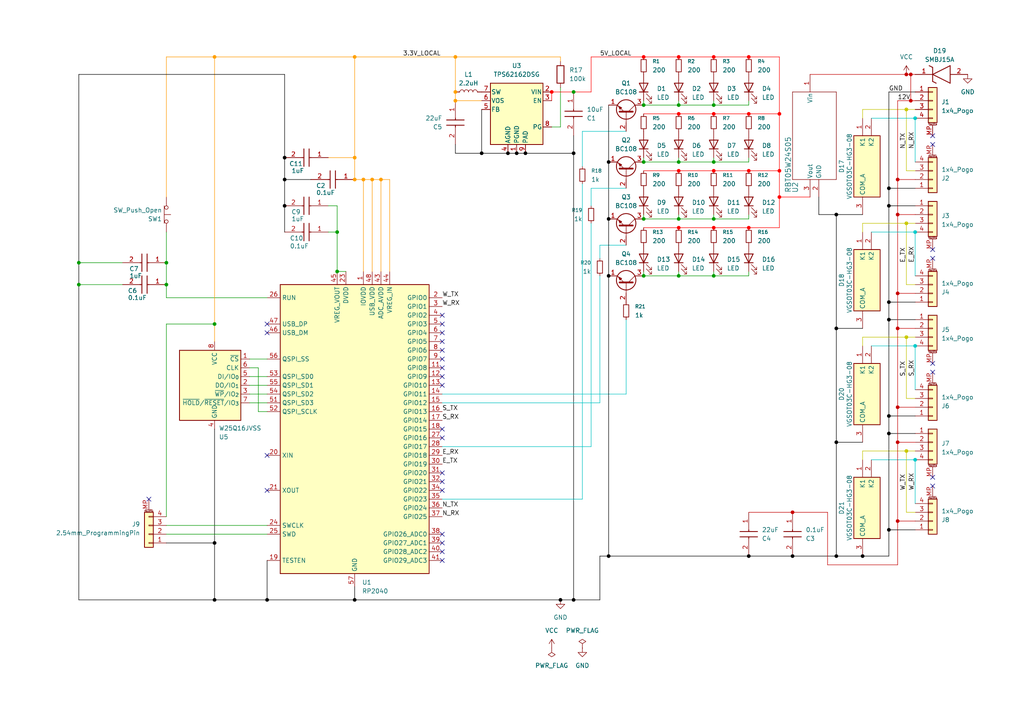
<source format=kicad_sch>
(kicad_sch (version 20250114) (generator "eeschema") (generator_version "9.0")
  (paper "A4")
  (title_block (date "2025-11-03") (rev "v0.0.1"))
  (junction (at 160.02 26.67) (color 255 0 0 1))
  (junction (at 260.35 85.09) (color 194 0 0 1))
  (junction (at 186.69 30.48))
  (junction (at 262.89 97.79) (color 194 194 0 1))
  (junction (at 102.87 52.07) (color 255 153 0 1))
  (junction (at 62.23 173.99) (color 0 0 0 1))
  (junction (at 132.08 16.51) (color 255 153 0 1))
  (junction (at 132.08 29.21) (color 255 153 0 1))
  (junction (at 262.89 64.77) (color 194 194 0 1))
  (junction (at 229.87 161.29) (color 0 0 0 1))
  (junction (at 162.56 173.99) (color 0 0 0 1))
  (junction (at 217.17 49.53) (color 255 0 0 1))
  (junction (at 207.01 16.51) (color 255 0 0 1))
  (junction (at 166.37 26.67))
  (junction (at 176.53 161.29) (color 0 0 0 1))
  (junction (at 207.01 66.04) (color 255 0 0 1))
  (junction (at 265.43 100.33) (color 0 194 194 1))
  (junction (at 48.26 82.55))
  (junction (at 242.57 128.27) (color 0 0 0 1))
  (junction (at 217.17 66.04) (color 255 0 0 1))
  (junction (at 262.89 21.59) (color 194 0 0 1))
  (junction (at 257.81 59.69) (color 0 0 0 1))
  (junction (at 207.01 63.5))
  (junction (at 217.17 16.51) (color 255 0 0 1))
  (junction (at 82.55 59.69) (color 0 0 0 1))
  (junction (at 147.32 44.45) (color 0 0 0 1))
  (junction (at 257.81 92.71) (color 0 0 0 1))
  (junction (at 260.35 128.27) (color 194 0 0 1))
  (junction (at 82.55 52.07) (color 0 0 0 1))
  (junction (at 22.86 76.2))
  (junction (at 250.19 161.29) (color 0 0 0 1))
  (junction (at 207.01 33.02) (color 255 0 0 1))
  (junction (at 196.85 66.04) (color 255 0 0 1))
  (junction (at 260.35 52.07) (color 194 0 0 1))
  (junction (at 217.17 161.29) (color 0 0 0 1))
  (junction (at 82.55 45.72) (color 0 0 0 1))
  (junction (at 260.35 62.23) (color 194 0 0 1))
  (junction (at 265.43 133.35) (color 0 194 194 1))
  (junction (at 186.69 16.51) (color 255 0 0 1))
  (junction (at 196.85 16.51) (color 255 0 0 1))
  (junction (at 260.35 151.13) (color 194 0 0 1))
  (junction (at 107.95 52.07) (color 255 153 0 1))
  (junction (at 62.23 16.51) (color 255 153 0 1))
  (junction (at 242.57 62.23) (color 0 0 0 1))
  (junction (at 176.53 63.5) (color 0 0 0 1))
  (junction (at 176.53 46.99) (color 0 0 0 1))
  (junction (at 260.35 118.11) (color 194 0 0 1))
  (junction (at 132.08 26.67) (color 255 153 0 1))
  (junction (at 257.81 125.73) (color 0 0 0 1))
  (junction (at 257.81 87.63) (color 0 0 0 1))
  (junction (at 62.23 93.98))
  (junction (at 196.85 80.01))
  (junction (at 262.89 31.75) (color 194 194 0 1))
  (junction (at 207.01 46.99))
  (junction (at 186.69 63.5))
  (junction (at 265.43 67.31) (color 0 194 194 1))
  (junction (at 196.85 46.99))
  (junction (at 207.01 80.01))
  (junction (at 229.87 148.59) (color 194 0 0 1))
  (junction (at 265.43 34.29) (color 0 194 194 1))
  (junction (at 77.47 173.99) (color 0 0 0 1))
  (junction (at 242.57 161.29) (color 0 0 0 1))
  (junction (at 226.06 57.15) (color 255 0 0 1))
  (junction (at 176.53 80.01) (color 0 0 0 1))
  (junction (at 207.01 30.48))
  (junction (at 242.57 95.25) (color 0 0 0 1))
  (junction (at 102.87 16.51) (color 255 153 0 1))
  (junction (at 262.89 130.81) (color 194 194 0 1))
  (junction (at 105.41 52.07) (color 255 153 0 1))
  (junction (at 102.87 45.72) (color 255 153 0 1))
  (junction (at 264.16 21.59) (color 194 0 0 1))
  (junction (at 196.85 49.53) (color 255 0 0 1))
  (junction (at 102.87 173.99) (color 0 0 0 1))
  (junction (at 186.69 46.99))
  (junction (at 257.81 54.61) (color 0 0 0 1))
  (junction (at 257.81 153.67) (color 0 0 0 1))
  (junction (at 226.06 33.02) (color 255 0 0 1))
  (junction (at 166.37 173.99) (color 0 0 0 1))
  (junction (at 257.81 120.65) (color 0 0 0 1))
  (junction (at 196.85 30.48))
  (junction (at 97.79 78.74))
  (junction (at 186.69 80.01))
  (junction (at 97.79 67.31))
  (junction (at 48.26 76.2))
  (junction (at 196.85 33.02) (color 255 0 0 1))
  (junction (at 152.4 44.45) (color 0 0 0 1))
  (junction (at 110.49 52.07) (color 255 153 0 1))
  (junction (at 226.06 49.53) (color 255 0 0 1))
  (junction (at 196.85 63.5))
  (junction (at 166.37 44.45) (color 0 0 0 1))
  (junction (at 139.7 44.45) (color 0 0 0 1))
  (junction (at 264.16 29.21) (color 194 0 0 1))
  (junction (at 149.86 44.45) (color 0 0 0 1))
  (junction (at 22.86 82.55))
  (junction (at 207.01 49.53) (color 255 0 0 1))
  (junction (at 62.23 157.48) (color 0 0 0 1))
  (junction (at 260.35 95.25) (color 194 0 0 1))
  (junction (at 217.17 33.02) (color 255 0 0 1))
  (no_connect (at 128.27 109.22))
  (no_connect (at 77.47 142.24))
  (no_connect (at 128.27 93.98))
  (no_connect (at 77.47 132.08))
  (no_connect (at 270.51 107.95))
  (no_connect (at 128.27 139.7))
  (no_connect (at 128.27 99.06))
  (no_connect (at 128.27 101.6))
  (no_connect (at 128.27 111.76))
  (no_connect (at 128.27 154.94))
  (no_connect (at 128.27 137.16))
  (no_connect (at 270.51 72.39))
  (no_connect (at 128.27 96.52))
  (no_connect (at 128.27 127))
  (no_connect (at 128.27 162.56))
  (no_connect (at 128.27 124.46))
  (no_connect (at 128.27 91.44))
  (no_connect (at 270.51 105.41))
  (no_connect (at 43.18 144.78))
  (no_connect (at 128.27 160.02))
  (no_connect (at 270.51 138.43))
  (no_connect (at 77.47 96.52))
  (no_connect (at 270.51 41.91))
  (no_connect (at 270.51 74.93))
  (no_connect (at 270.51 39.37))
  (no_connect (at 77.47 93.98))
  (no_connect (at 128.27 142.24))
  (no_connect (at 128.27 106.68))
  (no_connect (at 270.51 140.97))
  (no_connect (at 128.27 157.48))
  (no_connect (at 128.27 104.14))
  (wire (pts (xy 102.87 16.51) (xy 132.08 16.51)) (stroke (width 0) (color 255 153 0 1)))
  (wire (pts (xy 107.95 52.07) (xy 110.49 52.07)) (stroke (width 0) (color 255 153 0 1)))
  (wire (pts (xy 250.19 31.75) (xy 262.89 31.75)) (stroke (width 0) (color 194 194 0 1)))
  (wire (pts (xy 48.26 149.86) (xy 48.26 93.98)))
  (wire (pts (xy 171.45 64.77) (xy 171.45 129.54)) (stroke (width 0) (color 0 194 194 1)))
  (wire (pts (xy 90.17 52.07) (xy 82.55 52.07)) (stroke (width 0) (color 0 0 0 1)))
  (wire (pts (xy 217.17 63.5) (xy 217.17 62.23)))
  (wire (pts (xy 264.16 21.59) (xy 265.43 21.59)) (stroke (width 0) (color 194 0 0 1)))
  (wire (pts (xy 262.89 49.53) (xy 265.43 49.53)) (stroke (width 0) (color 194 194 0 1)))
  (wire (pts (xy 196.85 46.99) (xy 207.01 46.99)))
  (wire (pts (xy 260.35 85.09) (xy 260.35 95.25)) (stroke (width 0) (color 194 0 0 1)))
  (wire (pts (xy 257.81 92.71) (xy 265.43 92.71)) (stroke (width 0) (color 0 0 0 1)))
  (wire (pts (xy 262.89 130.81) (xy 262.89 148.59)) (stroke (width 0) (color 194 194 0 1)))
  (wire (pts (xy 257.81 87.63) (xy 257.81 92.71)) (stroke (width 0) (color 0 0 0 1)))
  (wire (pts (xy 72.39 104.14) (xy 77.47 104.14)))
  (wire (pts (xy 72.39 116.84) (xy 77.47 116.84)))
  (wire (pts (xy 166.37 39.37) (xy 166.37 44.45)) (stroke (width 0) (color 0 0 0 1)))
  (wire (pts (xy 48.26 93.98) (xy 62.23 93.98)))
  (wire (pts (xy 226.06 49.53) (xy 226.06 57.15)) (stroke (width 0) (color 255 0 0 1)))
  (wire (pts (xy 48.26 82.55) (xy 48.26 86.36)))
  (wire (pts (xy 217.17 49.53) (xy 226.06 49.53)) (stroke (width 0) (color 255 0 0 1)))
  (wire (pts (xy 48.26 76.2) (xy 48.26 82.55)))
  (wire (pts (xy 217.17 80.01) (xy 217.17 78.74)))
  (wire (pts (xy 113.03 52.07) (xy 113.03 78.74)) (stroke (width 0) (color 255 153 0 1)))
  (wire (pts (xy 260.35 85.09) (xy 265.43 85.09)) (stroke (width 0) (color 194 0 0 1)))
  (wire (pts (xy 257.81 120.65) (xy 265.43 120.65)) (stroke (width 0) (color 0 0 0 1)))
  (wire (pts (xy 217.17 66.04) (xy 226.06 66.04)) (stroke (width 0) (color 255 0 0 1)))
  (wire (pts (xy 102.87 45.72) (xy 102.87 52.07)) (stroke (width 0) (color 255 153 0 1)))
  (wire (pts (xy 62.23 93.98) (xy 62.23 99.06)) (stroke (width 0) (color 255 153 0 1)))
  (wire (pts (xy 242.57 161.29) (xy 250.19 161.29)) (stroke (width 0) (color 0 0 0 1)))
  (wire (pts (xy 207.01 29.21) (xy 207.01 30.48)))
  (wire (pts (xy 217.17 161.29) (xy 229.87 161.29)) (stroke (width 0) (color 0 0 0 1)))
  (wire (pts (xy 260.35 118.11) (xy 260.35 128.27)) (stroke (width 0) (color 194 0 0 1)))
  (wire (pts (xy 229.87 161.29) (xy 242.57 161.29)) (stroke (width 0) (color 0 0 0 1)))
  (wire (pts (xy 173.99 71.12) (xy 173.99 74.93)) (stroke (width 0) (color 0 194 194 1)))
  (wire (pts (xy 196.85 29.21) (xy 196.85 30.48)))
  (wire (pts (xy 132.08 44.45) (xy 139.7 44.45)) (stroke (width 0) (color 0 0 0 1)))
  (wire (pts (xy 196.85 66.04) (xy 207.01 66.04)) (stroke (width 0) (color 255 0 0 1)))
  (wire (pts (xy 22.86 82.55) (xy 35.56 82.55)))
  (wire (pts (xy 234.95 21.59) (xy 262.89 21.59)) (stroke (width 0) (color 194 0 0 1)))
  (wire (pts (xy 260.35 118.11) (xy 265.43 118.11)) (stroke (width 0) (color 194 0 0 1)))
  (wire (pts (xy 74.93 106.68) (xy 74.93 119.38)))
  (wire (pts (xy 97.79 67.31) (xy 97.79 78.74)))
  (wire (pts (xy 48.26 67.31) (xy 48.26 76.2)))
  (wire (pts (xy 265.43 34.29) (xy 265.43 46.99)) (stroke (width 0) (color 0 194 194 1)))
  (wire (pts (xy 207.01 46.99) (xy 217.17 46.99)))
  (wire (pts (xy 168.91 38.1) (xy 168.91 48.26)) (stroke (width 0) (color 0 194 194 1)))
  (wire (pts (xy 128.27 114.3) (xy 181.61 114.3)) (stroke (width 0) (color 0 194 194 1)))
  (wire (pts (xy 207.01 62.23) (xy 207.01 63.5)))
  (wire (pts (xy 97.79 78.74) (xy 100.33 78.74)))
  (wire (pts (xy 257.81 59.69) (xy 265.43 59.69)) (stroke (width 0) (color 0 0 0 1)))
  (wire (pts (xy 95.25 45.72) (xy 102.87 45.72)) (stroke (width 0) (color 255 153 0 1)))
  (wire (pts (xy 262.89 130.81) (xy 265.43 130.81)) (stroke (width 0) (color 194 194 0 1)))
  (wire (pts (xy 260.35 163.83) (xy 260.35 151.13)) (stroke (width 0) (color 194 0 0 1)))
  (wire (pts (xy 217.17 16.51) (xy 226.06 16.51)) (stroke (width 0) (color 255 0 0 1)))
  (wire (pts (xy 265.43 97.79) (xy 262.89 97.79)) (stroke (width 0) (color 194 194 0 1)))
  (wire (pts (xy 48.26 154.94) (xy 77.47 154.94)))
  (wire (pts (xy 260.35 62.23) (xy 260.35 85.09)) (stroke (width 0) (color 194 0 0 1)))
  (wire (pts (xy 257.81 26.67) (xy 257.81 54.61)) (stroke (width 0) (color 0 0 0 1)))
  (wire (pts (xy 171.45 16.51) (xy 171.45 26.67)) (stroke (width 0) (color 255 0 0 1)))
  (wire (pts (xy 22.86 173.99) (xy 22.86 82.55)) (stroke (width 0) (color 0 0 0 1)))
  (wire (pts (xy 250.19 133.35) (xy 250.19 130.81)) (stroke (width 0) (color 194 194 0 1)))
  (wire (pts (xy 265.43 31.75) (xy 262.89 31.75)) (stroke (width 0) (color 194 194 0 1)))
  (wire (pts (xy 226.06 16.51) (xy 226.06 33.02)) (stroke (width 0) (color 255 0 0 1)))
  (wire (pts (xy 265.43 100.33) (xy 265.43 113.03)) (stroke (width 0) (color 0 194 194 1)))
  (wire (pts (xy 173.99 161.29) (xy 176.53 161.29)) (stroke (width 0) (color 0 0 0 1)))
  (wire (pts (xy 217.17 30.48) (xy 217.17 29.21)))
  (wire (pts (xy 162.56 36.83) (xy 160.02 36.83)))
  (wire (pts (xy 217.17 46.99) (xy 217.17 45.72)))
  (wire (pts (xy 257.81 92.71) (xy 257.81 120.65)) (stroke (width 0) (color 0 0 0 1)))
  (wire (pts (xy 237.49 57.15) (xy 237.49 62.23)) (stroke (width 0) (color 0 0 0 1)))
  (wire (pts (xy 132.08 29.21) (xy 139.7 29.21)) (stroke (width 0) (color 255 153 0 1)))
  (wire (pts (xy 107.95 52.07) (xy 107.95 78.74)) (stroke (width 0) (color 255 153 0 1)))
  (wire (pts (xy 166.37 26.67) (xy 171.45 26.67)) (stroke (width 0) (color 255 0 0 1)))
  (wire (pts (xy 257.81 59.69) (xy 257.81 87.63)) (stroke (width 0) (color 0 0 0 1)))
  (wire (pts (xy 62.23 173.99) (xy 77.47 173.99)) (stroke (width 0) (color 0 0 0 1)))
  (wire (pts (xy 173.99 173.99) (xy 173.99 161.29)) (stroke (width 0) (color 0 0 0 1)))
  (wire (pts (xy 257.81 125.73) (xy 257.81 153.67)) (stroke (width 0) (color 0 0 0 1)))
  (wire (pts (xy 250.19 161.29) (xy 257.81 161.29)) (stroke (width 0) (color 0 0 0 1)))
  (wire (pts (xy 62.23 157.48) (xy 62.23 173.99)) (stroke (width 0) (color 0 0 0 1)))
  (wire (pts (xy 262.89 148.59) (xy 265.43 148.59)) (stroke (width 0) (color 194 194 0 1)))
  (wire (pts (xy 265.43 29.21) (xy 264.16 29.21)) (stroke (width 0) (color 194 0 0 1)))
  (wire (pts (xy 242.57 128.27) (xy 250.19 128.27)) (stroke (width 0) (color 0 0 0 1)))
  (wire (pts (xy 176.53 46.99) (xy 176.53 63.5)) (stroke (width 0) (color 0 0 0 1)))
  (wire (pts (xy 196.85 49.53) (xy 207.01 49.53)) (stroke (width 0) (color 255 0 0 1)))
  (wire (pts (xy 82.55 45.72) (xy 82.55 52.07)) (stroke (width 0) (color 0 0 0 1)))
  (wire (pts (xy 265.43 133.35) (xy 265.43 146.05)) (stroke (width 0) (color 0 194 194 1)))
  (wire (pts (xy 176.53 63.5) (xy 176.53 80.01)) (stroke (width 0) (color 0 0 0 1)))
  (wire (pts (xy 176.53 30.48) (xy 176.53 46.99)) (stroke (width 0) (color 0 0 0 1)))
  (wire (pts (xy 257.81 87.63) (xy 265.43 87.63)) (stroke (width 0) (color 0 0 0 1)))
  (wire (pts (xy 128.27 116.84) (xy 173.99 116.84)) (stroke (width 0) (color 0 194 194 1)))
  (wire (pts (xy 22.86 76.2) (xy 22.86 21.59)) (stroke (width 0) (color 0 0 0 1)))
  (wire (pts (xy 48.26 86.36) (xy 77.47 86.36)))
  (wire (pts (xy 95.25 59.69) (xy 97.79 59.69)))
  (wire (pts (xy 217.17 33.02) (xy 226.06 33.02)) (stroke (width 0) (color 255 0 0 1)))
  (wire (pts (xy 171.45 16.51) (xy 186.69 16.51)) (stroke (width 0) (color 255 0 0 1)))
  (wire (pts (xy 207.01 16.51) (xy 217.17 16.51)) (stroke (width 0) (color 255 0 0 1)))
  (wire (pts (xy 186.69 46.99) (xy 196.85 46.99)))
  (wire (pts (xy 250.19 97.79) (xy 262.89 97.79)) (stroke (width 0) (color 194 194 0 1)))
  (wire (pts (xy 186.69 49.53) (xy 196.85 49.53)) (stroke (width 0) (color 255 0 0 1)))
  (wire (pts (xy 186.69 45.72) (xy 186.69 46.99)))
  (wire (pts (xy 62.23 124.46) (xy 62.23 157.48)) (stroke (width 0) (color 0 0 0 1)))
  (wire (pts (xy 139.7 44.45) (xy 147.32 44.45)) (stroke (width 0) (color 0 0 0 1)))
  (wire (pts (xy 149.86 44.45) (xy 152.4 44.45)) (stroke (width 0) (color 0 0 0 1)))
  (wire (pts (xy 95.25 67.31) (xy 97.79 67.31)))
  (wire (pts (xy 22.86 76.2) (xy 35.56 76.2)))
  (wire (pts (xy 139.7 31.75) (xy 139.7 44.45)) (stroke (width 0) (color 0 0 0 1)))
  (wire (pts (xy 264.16 21.59) (xy 264.16 29.21)) (stroke (width 0) (color 194 0 0 1)))
  (wire (pts (xy 110.49 52.07) (xy 113.03 52.07)) (stroke (width 0) (color 255 153 0 1)))
  (wire (pts (xy 162.56 16.51) (xy 162.56 17.78)) (stroke (width 0) (color 255 153 0 1)))
  (wire (pts (xy 252.73 67.31) (xy 265.43 67.31)) (stroke (width 0) (color 0 194 194 1)))
  (wire (pts (xy 207.01 63.5) (xy 217.17 63.5)))
  (wire (pts (xy 82.55 59.69) (xy 82.55 52.07)) (stroke (width 0) (color 0 0 0 1)))
  (wire (pts (xy 262.89 97.79) (xy 262.89 115.57)) (stroke (width 0) (color 194 194 0 1)))
  (wire (pts (xy 186.69 30.48) (xy 196.85 30.48)))
  (wire (pts (xy 181.61 92.71) (xy 181.61 114.3)) (stroke (width 0) (color 0 194 194 1)))
  (wire (pts (xy 196.85 16.51) (xy 207.01 16.51)) (stroke (width 0) (color 255 0 0 1)))
  (wire (pts (xy 166.37 173.99) (xy 173.99 173.99)) (stroke (width 0) (color 0 0 0 1)))
  (wire (pts (xy 176.53 80.01) (xy 176.53 161.29)) (stroke (width 0) (color 0 0 0 1)))
  (wire (pts (xy 196.85 30.48) (xy 207.01 30.48)))
  (wire (pts (xy 250.19 34.29) (xy 250.19 31.75)) (stroke (width 0) (color 194 194 0 1)))
  (wire (pts (xy 260.35 95.25) (xy 265.43 95.25)) (stroke (width 0) (color 194 0 0 1)))
  (wire (pts (xy 186.69 29.21) (xy 186.69 30.48)))
  (wire (pts (xy 262.89 64.77) (xy 262.89 82.55)) (stroke (width 0) (color 194 194 0 1)))
  (wire (pts (xy 186.69 66.04) (xy 196.85 66.04)) (stroke (width 0) (color 255 0 0 1)))
  (wire (pts (xy 257.81 54.61) (xy 265.43 54.61)) (stroke (width 0) (color 0 0 0 1)))
  (wire (pts (xy 72.39 114.3) (xy 77.47 114.3)))
  (wire (pts (xy 132.08 29.21) (xy 132.08 26.67)) (stroke (width 0) (color 255 153 0 1)))
  (wire (pts (xy 260.35 128.27) (xy 260.35 151.13)) (stroke (width 0) (color 194 0 0 1)))
  (wire (pts (xy 260.35 128.27) (xy 265.43 128.27)) (stroke (width 0) (color 194 0 0 1)))
  (wire (pts (xy 196.85 78.74) (xy 196.85 80.01)))
  (wire (pts (xy 226.06 57.15) (xy 226.06 66.04)) (stroke (width 0) (color 255 0 0 1)))
  (wire (pts (xy 207.01 33.02) (xy 217.17 33.02)) (stroke (width 0) (color 255 0 0 1)))
  (wire (pts (xy 260.35 52.07) (xy 260.35 62.23)) (stroke (width 0) (color 194 0 0 1)))
  (wire (pts (xy 257.81 120.65) (xy 257.81 125.73)) (stroke (width 0) (color 0 0 0 1)))
  (wire (pts (xy 72.39 111.76) (xy 77.47 111.76)))
  (wire (pts (xy 176.53 161.29) (xy 217.17 161.29)) (stroke (width 0) (color 0 0 0 1)))
  (wire (pts (xy 48.26 16.51) (xy 62.23 16.51)) (stroke (width 0) (color 255 153 0 1)))
  (wire (pts (xy 207.01 30.48) (xy 217.17 30.48)))
  (wire (pts (xy 207.01 49.53) (xy 217.17 49.53)) (stroke (width 0) (color 255 0 0 1)))
  (wire (pts (xy 48.26 152.4) (xy 77.47 152.4)))
  (wire (pts (xy 207.01 80.01) (xy 217.17 80.01)))
  (wire (pts (xy 242.57 62.23) (xy 250.19 62.23)) (stroke (width 0) (color 0 0 0 1)))
  (wire (pts (xy 186.69 78.74) (xy 186.69 80.01)))
  (wire (pts (xy 110.49 52.07) (xy 110.49 78.74)) (stroke (width 0) (color 255 153 0 1)))
  (wire (pts (xy 186.69 33.02) (xy 196.85 33.02)) (stroke (width 0) (color 255 0 0 1)))
  (wire (pts (xy 105.41 52.07) (xy 107.95 52.07)) (stroke (width 0) (color 255 153 0 1)))
  (wire (pts (xy 128.27 129.54) (xy 171.45 129.54)) (stroke (width 0) (color 0 194 194 1)))
  (wire (pts (xy 265.43 64.77) (xy 262.89 64.77)) (stroke (width 0) (color 194 194 0 1)))
  (wire (pts (xy 196.85 45.72) (xy 196.85 46.99)))
  (wire (pts (xy 72.39 109.22) (xy 77.47 109.22)))
  (wire (pts (xy 102.87 173.99) (xy 162.56 173.99)) (stroke (width 0) (color 0 0 0 1)))
  (wire (pts (xy 242.57 95.25) (xy 242.57 128.27)) (stroke (width 0) (color 0 0 0 1)))
  (wire (pts (xy 166.37 44.45) (xy 166.37 173.99)) (stroke (width 0) (color 0 0 0 1)))
  (wire (pts (xy 82.55 59.69) (xy 82.55 67.31)) (stroke (width 0) (color 0 0 0 1)))
  (wire (pts (xy 260.35 95.25) (xy 260.35 118.11)) (stroke (width 0) (color 194 0 0 1)))
  (wire (pts (xy 186.69 16.51) (xy 196.85 16.51)) (stroke (width 0) (color 255 0 0 1)))
  (wire (pts (xy 262.89 115.57) (xy 265.43 115.57)) (stroke (width 0) (color 194 194 0 1)))
  (wire (pts (xy 62.23 16.51) (xy 102.87 16.51)) (stroke (width 0) (color 255 153 0 1)))
  (wire (pts (xy 132.08 16.51) (xy 132.08 26.67)) (stroke (width 0) (color 255 153 0 1)))
  (wire (pts (xy 97.79 67.31) (xy 97.79 59.69)))
  (wire (pts (xy 262.89 31.75) (xy 262.89 49.53)) (stroke (width 0) (color 194 194 0 1)))
  (wire (pts (xy 260.35 151.13) (xy 265.43 151.13)) (stroke (width 0) (color 194 0 0 1)))
  (wire (pts (xy 252.73 34.29) (xy 265.43 34.29)) (stroke (width 0) (color 0 194 194 1)))
  (wire (pts (xy 160.02 26.67) (xy 160.02 29.21)) (stroke (width 0) (color 255 0 0 1)))
  (wire (pts (xy 260.35 52.07) (xy 265.43 52.07)) (stroke (width 0) (color 194 0 0 1)))
  (wire (pts (xy 257.81 125.73) (xy 265.43 125.73)) (stroke (width 0) (color 0 0 0 1)))
  (wire (pts (xy 262.89 21.59) (xy 264.16 21.59)) (stroke (width 0) (color 194 0 0 1)))
  (wire (pts (xy 196.85 33.02) (xy 207.01 33.02)) (stroke (width 0) (color 255 0 0 1)))
  (wire (pts (xy 250.19 100.33) (xy 250.19 97.79)) (stroke (width 0) (color 194 194 0 1)))
  (wire (pts (xy 152.4 44.45) (xy 166.37 44.45)) (stroke (width 0) (color 0 0 0 1)))
  (wire (pts (xy 132.08 16.51) (xy 162.56 16.51)) (stroke (width 0) (color 255 153 0 1)))
  (wire (pts (xy 252.73 133.35) (xy 265.43 133.35)) (stroke (width 0) (color 0 194 194 1)))
  (wire (pts (xy 240.03 163.83) (xy 260.35 163.83)) (stroke (width 0) (color 194 0 0 1)))
  (wire (pts (xy 250.19 130.81) (xy 262.89 130.81)) (stroke (width 0) (color 194 194 0 1)))
  (wire (pts (xy 250.19 64.77) (xy 262.89 64.77)) (stroke (width 0) (color 194 194 0 1)))
  (wire (pts (xy 257.81 54.61) (xy 257.81 59.69)) (stroke (width 0) (color 0 0 0 1)))
  (wire (pts (xy 262.89 82.55) (xy 265.43 82.55)) (stroke (width 0) (color 194 194 0 1)))
  (wire (pts (xy 250.19 67.31) (xy 250.19 64.77)) (stroke (width 0) (color 194 194 0 1)))
  (wire (pts (xy 265.43 67.31) (xy 265.43 80.01)) (stroke (width 0) (color 0 194 194 1)))
  (wire (pts (xy 132.08 41.91) (xy 132.08 44.45)) (stroke (width 0) (color 0 0 0 1)))
  (wire (pts (xy 252.73 100.33) (xy 265.43 100.33)) (stroke (width 0) (color 0 194 194 1)))
  (wire (pts (xy 186.69 80.01) (xy 196.85 80.01)))
  (wire (pts (xy 74.93 119.38) (xy 77.47 119.38)))
  (wire (pts (xy 229.87 148.59) (xy 240.03 148.59)) (stroke (width 0) (color 194 0 0 1)))
  (wire (pts (xy 173.99 80.01) (xy 173.99 116.84)) (stroke (width 0) (color 0 194 194 1)))
  (wire (pts (xy 168.91 144.78) (xy 128.27 144.78)) (stroke (width 0) (color 0 194 194 1)))
  (wire (pts (xy 260.35 62.23) (xy 265.43 62.23)) (stroke (width 0) (color 194 0 0 1)))
  (wire (pts (xy 207.01 78.74) (xy 207.01 80.01)))
  (wire (pts (xy 102.87 52.07) (xy 105.41 52.07)) (stroke (width 0) (color 255 153 0 1)))
  (wire (pts (xy 207.01 45.72) (xy 207.01 46.99)))
  (wire (pts (xy 186.69 63.5) (xy 196.85 63.5)))
  (wire (pts (xy 226.06 57.15) (xy 234.95 57.15)) (stroke (width 0) (color 255 0 0 1)))
  (wire (pts (xy 196.85 80.01) (xy 207.01 80.01)))
  (wire (pts (xy 264.16 29.21) (xy 260.35 29.21)) (stroke (width 0) (color 194 0 0 1)))
  (wire (pts (xy 237.49 62.23) (xy 242.57 62.23)) (stroke (width 0) (color 0 0 0 1)))
  (wire (pts (xy 171.45 54.61) (xy 181.61 54.61)) (stroke (width 0) (color 0 194 194 1)))
  (wire (pts (xy 102.87 170.18) (xy 102.87 173.99)) (stroke (width 0) (color 0 0 0 1)))
  (wire (pts (xy 240.03 163.83) (xy 240.03 148.59)) (stroke (width 0) (color 194 0 0 1)))
  (wire (pts (xy 22.86 21.59) (xy 82.55 21.59)) (stroke (width 0) (color 0 0 0 1)))
  (wire (pts (xy 257.81 26.67) (xy 265.43 26.67)) (stroke (width 0) (color 0 0 0 1)))
  (wire (pts (xy 257.81 153.67) (xy 265.43 153.67)) (stroke (width 0) (color 0 0 0 1)))
  (wire (pts (xy 48.26 16.51) (xy 48.26 57.15)) (stroke (width 0) (color 255 153 0 1)))
  (wire (pts (xy 207.01 66.04) (xy 217.17 66.04)) (stroke (width 0) (color 255 0 0 1)))
  (wire (pts (xy 162.56 173.99) (xy 166.37 173.99)) (stroke (width 0) (color 0 0 0 1)))
  (wire (pts (xy 226.06 33.02) (xy 226.06 49.53)) (stroke (width 0) (color 255 0 0 1)))
  (wire (pts (xy 82.55 21.59) (xy 82.55 45.72)) (stroke (width 0) (color 0 0 0 1)))
  (wire (pts (xy 173.99 71.12) (xy 181.61 71.12)) (stroke (width 0) (color 0 194 194 1)))
  (wire (pts (xy 242.57 62.23) (xy 242.57 95.25)) (stroke (width 0) (color 0 0 0 1)))
  (wire (pts (xy 22.86 82.55) (xy 22.86 76.2)) (stroke (width 0) (color 0 0 0 1)))
  (wire (pts (xy 62.23 16.51) (xy 62.23 93.98)) (stroke (width 0) (color 255 153 0 1)))
  (wire (pts (xy 160.02 26.67) (xy 166.37 26.67)) (stroke (width 0) (color 255 0 0 1)))
  (wire (pts (xy 196.85 63.5) (xy 207.01 63.5)))
  (wire (pts (xy 171.45 59.69) (xy 171.45 54.61)) (stroke (width 0) (color 0 194 194 1)))
  (wire (pts (xy 72.39 106.68) (xy 74.93 106.68)))
  (wire (pts (xy 242.57 128.27) (xy 242.57 161.29)) (stroke (width 0) (color 0 0 0 1)))
  (wire (pts (xy 217.17 148.59) (xy 229.87 148.59)) (stroke (width 0) (color 194 0 0 1)))
  (wire (pts (xy 162.56 25.4) (xy 162.56 36.83)))
  (wire (pts (xy 77.47 162.56) (xy 77.47 173.99)) (stroke (width 0) (color 0 0 0 1)))
  (wire (pts (xy 147.32 44.45) (xy 149.86 44.45)) (stroke (width 0) (color 0 0 0 1)))
  (wire (pts (xy 22.86 173.99) (xy 62.23 173.99)) (stroke (width 0) (color 0 0 0 1)))
  (wire (pts (xy 105.41 52.07) (xy 105.41 78.74)) (stroke (width 0) (color 255 153 0 1)))
  (wire (pts (xy 257.81 161.29) (xy 257.81 153.67)) (stroke (width 0) (color 0 0 0 1)))
  (wire (pts (xy 168.91 38.1) (xy 181.61 38.1)) (stroke (width 0) (color 0 194 194 1)))
  (wire (pts (xy 77.47 173.99) (xy 102.87 173.99)) (stroke (width 0) (color 0 0 0 1)))
  (wire (pts (xy 242.57 95.25) (xy 250.19 95.25)) (stroke (width 0) (color 0 0 0 1)))
  (wire (pts (xy 196.85 62.23) (xy 196.85 63.5)))
  (wire (pts (xy 260.35 29.21) (xy 260.35 52.07)) (stroke (width 0) (color 194 0 0 1)))
  (wire (pts (xy 168.91 53.34) (xy 168.91 144.78)) (stroke (width 0) (color 0 194 194 1)))
  (wire (pts (xy 102.87 16.51) (xy 102.87 45.72)) (stroke (width 0) (color 255 153 0 1)))
  (wire (pts (xy 48.26 157.48) (xy 62.23 157.48)) (stroke (width 0) (color 0 0 0 1)))
  (wire (pts (xy 186.69 62.23) (xy 186.69 63.5)))
  (label "N_TX" (at 262.89 43.18 90))
  (label "E_TX" (at 262.89 76.2 90))
  (label "S_TX" (at 128.27 119.38 0))
  (label "N_RX" (at 128.27 149.86 0))
  (label "W_RX" (at 265.43 142.24 90))
  (label "N_TX" (at 128.27 147.32 0))
  (label "5V_LOCAL" (at 173.99 16.51 0))
  (label "E_RX" (at 128.27 132.08 0))
  (label "3.3V_LOCAL" (at 116.84 16.51 0))
  (label "W_TX" (at 128.27 86.36 0))
  (label "12V" (at 260.35 29.21 0))
  (label "W_TX" (at 262.89 142.24 90))
  (label "W_RX" (at 128.27 88.9 0))
  (label "GND" (at 257.81 26.67 0))
  (label "N_RX" (at 265.43 43.18 90))
  (label "E_TX" (at 128.27 134.62 0))
  (label "S_RX" (at 265.43 109.22 90))
  (label "E_RX" (at 265.43 76.2 90))
  (label "S_TX" (at 262.89 109.22 90))
  (label "S_RX" (at 128.27 121.92 0))
  (symbol (lib_id "Device:R_Small") (at 207.01 35.56 0) (unit 1)
    (property "Reference" "R7" (at 209.55 34.2899 0) (effects (font (size 1.016 1.016)) (justify left)))
    (property "Value" "200" (at 209.55 36.8299 0) (effects (justify left)))
    (property "Footprint" "SamacSys_Parts:CRCW1210200RJNEAIF" (effects (hide yes)))
    (property "Description" "Resistor, small symbol" (effects (hide yes)))
  )
  (symbol (lib_id "Connector_Generic_MountingPin:Conn_01x04_MountingPin") (at 43.18 154.94 180) (unit 1)
    (property "Reference" "J9" (at 40.64 152.0443 0) (effects (justify left)))
    (property "Value" "2.54mm_ProgrammingPin" (at 40.64 154.5843 0) (effects (justify left)))
    (property "Footprint" "Connector_PinSocket_2.54mm:PinSocket_1x04_P2.54mm_Vertical" (effects (hide yes)))
    (property "Description" "Generic connectable mounting pin connector, single row, 01x04, script generated (kicad-library-utils/schlib/autogen/connector/)" (effects (hide yes)))
  )
  (symbol (lib_id "Device:LED") (at 207.01 25.4 90) (unit 1)
    (property "Reference" "D3" (at 210.82 25.7174 90) (effects (justify right)))
    (property "Value" "LED" (at 210.82 28.2574 90) (effects (justify right)))
    (property "Footprint" "SamacSys_Parts:LEDC1608X115N" (effects (hide yes)))
    (property "Description" "Light emitting diode" (effects (hide yes)))
    (property "Sim.Pins" "1=K 2=A" (effects (hide yes)))
  )
  (symbol (lib_id "SamacSys_Parts:SMBJ15A") (at 265.43 21.59 0) (unit 1)
    (property "Reference" "D19" (at 272.542 14.732 0))
    (property "Value" "SMBJ15A" (at 272.542 17.272 0))
    (property "Footprint" "SamacSys_Parts:DIOM5436X244N" (effects (hide yes)))
    (property "Datasheet" "http://www.vishay.com/docs/88392/smbj.pdf" (effects (hide yes)))
    (property "Description" "Unidirectional 600W TVS diode,SMBJ15A" (effects (hide yes)))
    (property "Height" "2.44" (effects (hide yes)))
    (property "Manufacturer_Name" "Vishay" (effects (hide yes)))
    (property "Manufacturer_Part_Number" "SMBJ15A" (effects (hide yes)))
    (property "Mouser Part Number" "78-SMBJ15A" (effects (hide yes)))
    (property "Mouser Price/Stock" "https://www.mouser.co.uk/ProductDetail/Vishay-General-Semiconductor/SMBJ15A?qs=%252BA9HMDDz5KavBY56EO7ceQ%3D%3D" (effects (hide yes)))
  )
  (symbol (lib_id "SamacSys_Parts:C0805F104K1RACAUTO") (at 229.87 148.59 90) (mirror x) (unit 1)
    (property "Reference" "C3" (at 233.68 156.2101 90) (effects (justify right)))
    (property "Value" "0.1uF" (at 233.68 153.6701 90) (effects (justify right)))
    (property "Footprint" "SamacSys_Parts:CAPC2012X140N" (effects (hide yes)))
    (property "Datasheet" "https://content.kemet.com/datasheets/KEM_C1014_X7R_FE-CAP_SMD.pdf" (effects (hide yes)))
    (property "Description" "Multilayer Ceramic Capacitors MLCC - SMD/SMT 100V 0.1uF 10% X7R -55 / +125C AEC-Q200" (effects (hide yes)))
    (property "Height" "1.4" (effects (hide yes)))
    (property "Manufacturer_Name" "KEMET" (effects (hide yes)))
    (property "Manufacturer_Part_Number" "C0805F104K1RACAUTO" (effects (hide yes)))
  )
  (symbol (lib_id "SamacSys_Parts:GRM188C81A226ME01D") (at 217.17 148.59 90) (mirror x) (unit 1)
    (property "Reference" "C4" (at 220.98 156.2101 90) (effects (justify right)))
    (property "Value" "22uF" (at 220.98 153.6701 90) (effects (justify right)))
    (property "Footprint" "SamacSys_Parts:GRM18x" (effects (hide yes)))
    (property "Datasheet" "https://search.murata.co.jp/Ceramy/image/img/A01X/G101/ENG/GRM188C81A226ME01-01A.pdf" (effects (hide yes)))
    (property "Description" "MLCC, 0603" (effects (hide yes)))
    (property "Height" "0.9" (effects (hide yes)))
    (property "Manufacturer_Name" "Murata Electronics" (effects (hide yes)))
    (property "Manufacturer_Part_Number" "GRM188C81A226ME01D" (effects (hide yes)))
  )
  (symbol (lib_id "SamacSys_Parts:GRM033D70E105ME15D") (at 95.25 59.69 0) (mirror y) (unit 1)
    (property "Reference" "C9" (at 85.852 61.468 0))
    (property "Value" "1uF" (at 86.36 63.5 0))
    (property "Footprint" "SamacSys_Parts:CAPC0603X33N" (effects (hide yes)))
    (property "Datasheet" "https://search.murata.co.jp/Ceramy/image/img/A01X/G101/ENG/GRM033D70E105ME15-01A.pdf" (effects (hide yes)))
    (property "Description" "Capacitor GRM03_0.09 L=0.6mm W=0.3mm T=0.3mm" (effects (hide yes)))
    (property "Height" "0.33" (effects (hide yes)))
    (property "Manufacturer_Name" "Murata Electronics" (effects (hide yes)))
    (property "Manufacturer_Part_Number" "GRM033D70E105ME15D" (effects (hide yes)))
    (property "Mouser Part Number" "81-GRM033D70E105ME5D" (effects (hide yes)))
    (property "Mouser Price/Stock" "https://www.mouser.co.uk/ProductDetail/Murata-Electronics/GRM033D70E105ME15D?qs=r5DSvlrkXmLLNF3ZiIF79w%3D%3D" (effects (hide yes)))
  )
  (symbol (lib_id "Device:R_Small") (at 168.91 50.8 0) (mirror y) (unit 1)
    (property "Reference" "R18" (at 171.45 49.5299 0) (effects (font (size 1.016 1.016)) (justify right)))
    (property "Value" "1k" (at 171.45 52.0699 0) (effects (justify right)))
    (property "Footprint" "SamacSys_Parts:ERJ-UP6D1001V" (effects (hide yes)))
    (property "Description" "Resistor, small symbol" (effects (hide yes)))
  )
  (symbol (lib_id "power:GND") (at 168.91 187.96 0) (unit 1)
    (property "Reference" "#PWR03" (effects (hide yes)))
    (property "Value" "GND" (at 168.91 193.04 0))
    (property "Description" "Power symbol creates a global label with name \"GND\" , ground" (effects (hide yes)))
  )
  (symbol (lib_id "Device:R_Small") (at 217.17 52.07 0) (unit 1)
    (property "Reference" "R12" (at 219.71 50.7999 0) (effects (font (size 1.016 1.016)) (justify left)))
    (property "Value" "200" (at 219.71 53.3399 0) (effects (justify left)))
    (property "Footprint" "SamacSys_Parts:CRCW1210200RJNEAIF" (effects (hide yes)))
    (property "Description" "Resistor, small symbol" (effects (hide yes)))
  )
  (symbol (lib_id "Device:LED") (at 196.85 25.4 90) (unit 1)
    (property "Reference" "D2" (at 200.66 25.7174 90) (effects (justify right)))
    (property "Value" "LED" (at 200.66 28.2574 90) (effects (justify right)))
    (property "Footprint" "SamacSys_Parts:LEDC1608X115N" (effects (hide yes)))
    (property "Description" "Light emitting diode" (effects (hide yes)))
    (property "Sim.Pins" "1=K 2=A" (effects (hide yes)))
  )
  (symbol (lib_id "Device:R_Small") (at 217.17 19.05 0) (unit 1)
    (property "Reference" "R4" (at 219.71 17.7799 0) (effects (font (size 1.016 1.016)) (justify left)))
    (property "Value" "200" (at 219.71 20.3199 0) (effects (justify left)))
    (property "Footprint" "SamacSys_Parts:CRCW1210200RJNEAIF" (effects (hide yes)))
    (property "Description" "Resistor, small symbol" (effects (hide yes)))
  )
  (symbol (lib_id "Regulator_Switching:TPS62162DSG") (at 149.86 34.29 0) (mirror y) (unit 1)
    (property "Reference" "U3" (at 149.86 19.05 0))
    (property "Value" "TPS62162DSG" (at 149.86 21.59 0))
    (property "Footprint" "Package_SON:WSON-8-1EP_2x2mm_P0.5mm_EP0.9x1.6mm_ThermalVias" (effects (hide yes)))
    (property "Datasheet" "http://www.ti.com/lit/ds/symlink/tps62160.pdf" (effects (hide yes)))
    (property "Description" "1A Step-Down Converter with DCS-Control, fixed 3.3V output, 3-17V input voltage, WSON-8" (effects (hide yes)))
  )
  (symbol (lib_id "Device:R_Small") (at 207.01 19.05 0) (unit 1)
    (property "Reference" "R3" (at 209.55 17.7799 0) (effects (font (size 1.016 1.016)) (justify left)))
    (property "Value" "200" (at 209.55 20.3199 0) (effects (justify left)))
    (property "Footprint" "SamacSys_Parts:CRCW1210200RJNEAIF" (effects (hide yes)))
    (property "Description" "Resistor, small symbol" (effects (hide yes)))
  )
  (symbol (lib_id "Device:R_Small") (at 196.85 52.07 0) (unit 1)
    (property "Reference" "R10" (at 199.39 50.7999 0) (effects (font (size 1.016 1.016)) (justify left)))
    (property "Value" "200" (at 199.39 53.3399 0) (effects (justify left)))
    (property "Footprint" "SamacSys_Parts:CRCW1210200RJNEAIF" (effects (hide yes)))
    (property "Description" "Resistor, small symbol" (effects (hide yes)))
  )
  (symbol (lib_id "Device:R_Small") (at 171.45 62.23 0) (unit 1)
    (property "Reference" "R19" (at 168.91 60.9599 0) (effects (font (size 1.016 1.016)) (justify right)))
    (property "Value" "1k" (at 168.91 63.4999 0) (effects (justify right)))
    (property "Footprint" "SamacSys_Parts:ERJ-UP6D1001V" (effects (hide yes)))
    (property "Description" "Resistor, small symbol" (effects (hide yes)))
  )
  (symbol (lib_id "Device:R") (at 162.56 21.59 0) (mirror y) (unit 1)
    (property "Reference" "R17" (at 165.1 20.3199 0) (effects (justify right)))
    (property "Value" "100k" (at 165.1 22.8599 0) (effects (justify right)))
    (property "Footprint" "SamacSys_Parts:TNPW0805100KFHEA" (effects (hide yes)))
    (property "Description" "Resistor" (effects (hide yes)))
  )
  (symbol (lib_id "Device:R_Small") (at 196.85 68.58 0) (unit 1)
    (property "Reference" "R14" (at 199.39 67.3099 0) (effects (font (size 1.016 1.016)) (justify left)))
    (property "Value" "200" (at 199.39 69.8499 0) (effects (justify left)))
    (property "Footprint" "SamacSys_Parts:CRCW1210200RJNEAIF" (effects (hide yes)))
    (property "Description" "Resistor, small symbol" (effects (hide yes)))
  )
  (symbol (lib_id "SamacSys_Parts:C0805F104K1RACAUTO") (at 48.26 82.55 0) (mirror y) (unit 1)
    (property "Reference" "C6" (at 37.084 84.328 0) (effects (justify right)))
    (property "Value" "0.1uF" (at 37.084 86.36 0) (effects (justify right)))
    (property "Footprint" "SamacSys_Parts:CAPC2012X140N" (effects (hide yes)))
    (property "Datasheet" "https://content.kemet.com/datasheets/KEM_C1014_X7R_FE-CAP_SMD.pdf" (effects (hide yes)))
    (property "Description" "Multilayer Ceramic Capacitors MLCC - SMD/SMT 100V 0.1uF 10% X7R -55 / +125C AEC-Q200" (effects (hide yes)))
    (property "Height" "1.4" (effects (hide yes)))
    (property "Manufacturer_Name" "KEMET" (effects (hide yes)))
    (property "Manufacturer_Part_Number" "C0805F104K1RACAUTO" (effects (hide yes)))
  )
  (symbol (lib_id "Device:LED") (at 196.85 41.91 90) (unit 1)
    (property "Reference" "D6" (at 200.66 42.2274 90) (effects (justify right)))
    (property "Value" "LED" (at 200.66 44.7674 90) (effects (justify right)))
    (property "Footprint" "SamacSys_Parts:LEDC1608X115N" (effects (hide yes)))
    (property "Description" "Light emitting diode" (effects (hide yes)))
    (property "Sim.Pins" "1=K 2=A" (effects (hide yes)))
  )
  (symbol (lib_id "Device:LED") (at 186.69 41.91 90) (unit 1)
    (property "Reference" "D5" (at 190.5 42.2274 90) (effects (justify right)))
    (property "Value" "LED" (at 190.5 44.7674 90) (effects (justify right)))
    (property "Footprint" "SamacSys_Parts:LEDC1608X115N" (effects (hide yes)))
    (property "Description" "Light emitting diode" (effects (hide yes)))
    (property "Sim.Pins" "1=K 2=A" (effects (hide yes)))
  )
  (symbol (lib_id "Connector_Generic_MountingPin:Conn_01x04_MountingPin") (at 270.51 151.13 0) (mirror x) (unit 1)
    (property "Reference" "J8" (at 273.05 150.7745 0) (effects (justify left)))
    (property "Value" "1x4_Pogo" (at 273.05 148.2345 0) (effects (justify left)))
    (property "Footprint" "Connector_PinSocket_2.54mm:PinSocket_1x04_P2.54mm_Vertical" (effects (hide yes)))
    (property "Description" "Generic connectable mounting pin connector, single row, 01x04, script generated (kicad-library-utils/schlib/autogen/connector/)" (effects (hide yes)))
  )
  (symbol (lib_id "Device:LED") (at 207.01 74.93 90) (unit 1)
    (property "Reference" "D15" (at 210.82 75.2474 90) (effects (justify right)))
    (property "Value" "LED" (at 210.82 77.7874 90) (effects (justify right)))
    (property "Footprint" "SamacSys_Parts:LEDC1608X115N" (effects (hide yes)))
    (property "Description" "Light emitting diode" (effects (hide yes)))
    (property "Sim.Pins" "1=K 2=A" (effects (hide yes)))
  )
  (symbol (lib_id "Device:R_Small") (at 217.17 35.56 0) (unit 1)
    (property "Reference" "R8" (at 219.71 34.2899 0) (effects (font (size 1.016 1.016)) (justify left)))
    (property "Value" "200" (at 219.71 36.8299 0) (effects (justify left)))
    (property "Footprint" "SamacSys_Parts:CRCW1210200RJNEAIF" (effects (hide yes)))
    (property "Description" "Resistor, small symbol" (effects (hide yes)))
  )
  (symbol (lib_id "Connector_Generic_MountingPin:Conn_01x04_MountingPin") (at 270.51 95.25 0) (unit 1)
    (property "Reference" "J5" (at 273.05 95.6055 0) (effects (justify left)))
    (property "Value" "1x4_Pogo" (at 273.05 98.1455 0) (effects (justify left)))
    (property "Footprint" "Connector_PinSocket_2.54mm:PinSocket_1x04_P2.54mm_Vertical" (effects (hide yes)))
    (property "Description" "Generic connectable mounting pin connector, single row, 01x04, script generated (kicad-library-utils/schlib/autogen/connector/)" (effects (hide yes)))
  )
  (symbol (lib_id "Device:LED") (at 186.69 25.4 90) (unit 1)
    (property "Reference" "D1" (at 190.5 25.7174 90) (effects (justify right)))
    (property "Value" "LED" (at 190.5 28.2574 90) (effects (justify right)))
    (property "Footprint" "SamacSys_Parts:LEDC1608X115N" (effects (hide yes)))
    (property "Description" "Light emitting diode" (effects (hide yes)))
    (property "Sim.Pins" "1=K 2=A" (effects (hide yes)))
  )
  (symbol (lib_id "Device:LED") (at 207.01 41.91 90) (unit 1)
    (property "Reference" "D7" (at 210.82 42.2274 90) (effects (justify right)))
    (property "Value" "LED" (at 210.82 44.7674 90) (effects (justify right)))
    (property "Footprint" "SamacSys_Parts:LEDC1608X115N" (effects (hide yes)))
    (property "Description" "Light emitting diode" (effects (hide yes)))
    (property "Sim.Pins" "1=K 2=A" (effects (hide yes)))
  )
  (symbol (lib_id "Device:LED") (at 217.17 25.4 90) (unit 1)
    (property "Reference" "D4" (at 220.98 25.7174 90) (effects (justify right)))
    (property "Value" "LED" (at 220.98 28.2574 90) (effects (justify right)))
    (property "Footprint" "SamacSys_Parts:LEDC1608X115N" (effects (hide yes)))
    (property "Description" "Light emitting diode" (effects (hide yes)))
    (property "Sim.Pins" "1=K 2=A" (effects (hide yes)))
  )
  (symbol (lib_id "power:PWR_FLAG") (at 160.02 187.96 0) (mirror x) (unit 1)
    (property "Reference" "#FLG02" (effects (hide yes)))
    (property "Value" "PWR_FLAG" (at 160.02 193.04 0))
    (property "Description" "Special symbol for telling ERC where power comes from" (effects (hide yes)))
  )
  (symbol (lib_id "Device:R_Small") (at 196.85 35.56 0) (unit 1)
    (property "Reference" "R6" (at 199.39 34.2899 0) (effects (font (size 1.016 1.016)) (justify left)))
    (property "Value" "200" (at 199.39 36.8299 0) (effects (justify left)))
    (property "Footprint" "SamacSys_Parts:CRCW1210200RJNEAIF" (effects (hide yes)))
    (property "Description" "Resistor, small symbol" (effects (hide yes)))
  )
  (symbol (lib_id "Transistor_BJT:BC108") (at 181.61 82.55 270) (mirror x) (unit 1)
    (property "Reference" "Q4" (at 181.61 73.66 90))
    (property "Value" "BC108" (at 181.61 76.2 90))
    (property "Footprint" "Package_TO_SOT_THT:TO-18-3" (effects (hide yes)))
    (property "Datasheet" "http://www.b-kainka.de/Daten/Transistor/BC108.pdf" (effects (hide yes)))
    (property "Description" "0.1A Ic, 30V Vce, Low Noise General Purpose NPN Transistor, TO-18" (effects (hide yes)))
  )
  (symbol (lib_id "Device:LED") (at 186.69 74.93 90) (unit 1)
    (property "Reference" "D13" (at 190.5 75.2474 90) (effects (justify right)))
    (property "Value" "LED" (at 190.5 77.7874 90) (effects (justify right)))
    (property "Footprint" "SamacSys_Parts:LEDC1608X115N" (effects (hide yes)))
    (property "Description" "Light emitting diode" (effects (hide yes)))
    (property "Sim.Pins" "1=K 2=A" (effects (hide yes)))
  )
  (symbol (lib_id "SamacSys_Parts:GRM188C81A226ME01D") (at 132.08 29.21 270) (unit 1)
    (property "Reference" "C5" (at 128.27 36.8301 90) (effects (justify right)))
    (property "Value" "22uF" (at 128.27 34.2901 90) (effects (justify right)))
    (property "Footprint" "SamacSys_Parts:GRM18x" (effects (hide yes)))
    (property "Datasheet" "https://search.murata.co.jp/Ceramy/image/img/A01X/G101/ENG/GRM188C81A226ME01-01A.pdf" (effects (hide yes)))
    (property "Description" "MLCC, 0603" (effects (hide yes)))
    (property "Height" "0.9" (effects (hide yes)))
    (property "Manufacturer_Name" "Murata Electronics" (effects (hide yes)))
    (property "Manufacturer_Part_Number" "GRM188C81A226ME01D" (effects (hide yes)))
  )
  (symbol (lib_id "SamacSys_Parts:GRM155R60J106ME18D") (at 166.37 26.67 90) (mirror x) (unit 1)
    (property "Reference" "C1" (at 170.18 34.2901 90) (effects (justify right)))
    (property "Value" "10uF" (at 170.18 31.7501 90) (effects (justify right)))
    (property "Footprint" "SamacSys_Parts:CAPC1005X70N" (effects (hide yes)))
    (property "Datasheet" "http://www.murata.com/~/media/webrenewal/support/library/catalog/products/capacitor/mlcc/c02e.pdf" (effects (hide yes)))
    (property "Description" "Chip Capacitor value 106" (effects (hide yes)))
    (property "Height" "0.7" (effects (hide yes)))
    (property "Manufacturer_Name" "Murata Electronics" (effects (hide yes)))
    (property "Manufacturer_Part_Number" "GRM155R60J106ME18D" (effects (hide yes)))
  )
  (symbol (lib_id "SamacSys_Parts:VGSOT03C-HG3-08") (at 250.19 133.35 90) (mirror x) (unit 1)
    (property "Reference" "D21" (at 244.094 147.32 0))
    (property "Value" "VGSOT03C-HG3-08" (at 246.38 147.32 0))
    (property "Footprint" "SamacSys_Parts:SOT95P248X115-3N" (effects (hide yes)))
    (property "Datasheet" "https://www.vishay.com/docs/86325/vgsot03c-vgsot36c.pdf" (effects (hide yes)))
    (property "Description" "Two-line unidirectional ESD protection diode  Common anode  Can be used as bidirectional protection diode  ESD immunity acc. IEC 61000-4-2 and ISO 10605 +/- 30 kV contact discharge +/- 30 kV air discharge  ESD capability according to AEC-Q101: human body model: class H3B: > 8 kV  e3 - Sn  AEC-Q101 qualified available" (effects (hide yes)))
    (property "Height" "1.15" (effects (hide yes)))
    (property "Manufacturer_Name" "Vishay" (effects (hide yes)))
    (property "Manufacturer_Part_Number" "VGSOT03C-HG3-08" (effects (hide yes)))
  )
  (symbol (lib_id "SamacSys_Parts:C0805F104K1RACAUTO") (at 95.25 67.31 0) (mirror y) (unit 1)
    (property "Reference" "C10" (at 84.074 69.088 0) (effects (justify right)))
    (property "Value" "0.1uF" (at 84.074 71.374 0) (effects (justify right)))
    (property "Footprint" "SamacSys_Parts:CAPC2012X140N" (effects (hide yes)))
    (property "Datasheet" "https://content.kemet.com/datasheets/KEM_C1014_X7R_FE-CAP_SMD.pdf" (effects (hide yes)))
    (property "Description" "Multilayer Ceramic Capacitors MLCC - SMD/SMT 100V 0.1uF 10% X7R -55 / +125C AEC-Q200" (effects (hide yes)))
    (property "Height" "1.4" (effects (hide yes)))
    (property "Manufacturer_Name" "KEMET" (effects (hide yes)))
    (property "Manufacturer_Part_Number" "C0805F104K1RACAUTO" (effects (hide yes)))
  )
  (symbol (lib_id "Device:LED") (at 186.69 58.42 90) (unit 1)
    (property "Reference" "D9" (at 190.5 58.7374 90) (effects (justify right)))
    (property "Value" "LED" (at 190.5 61.2774 90) (effects (justify right)))
    (property "Footprint" "SamacSys_Parts:LEDC1608X115N" (effects (hide yes)))
    (property "Description" "Light emitting diode" (effects (hide yes)))
    (property "Sim.Pins" "1=K 2=A" (effects (hide yes)))
  )
  (symbol (lib_id "Device:R_Small") (at 173.99 77.47 0) (unit 1)
    (property "Reference" "R20" (at 171.45 76.1999 0) (effects (font (size 1.016 1.016)) (justify right)))
    (property "Value" "1k" (at 171.45 78.7399 0) (effects (justify right)))
    (property "Footprint" "SamacSys_Parts:ERJ-UP6D1001V" (effects (hide yes)))
    (property "Description" "Resistor, small symbol" (effects (hide yes)))
  )
  (symbol (lib_id "Device:LED") (at 217.17 58.42 90) (unit 1)
    (property "Reference" "D12" (at 220.98 58.7374 90) (effects (justify right)))
    (property "Value" "LED" (at 220.98 61.2774 90) (effects (justify right)))
    (property "Footprint" "SamacSys_Parts:LEDC1608X115N" (effects (hide yes)))
    (property "Description" "Light emitting diode" (effects (hide yes)))
    (property "Sim.Pins" "1=K 2=A" (effects (hide yes)))
  )
  (symbol (lib_id "Transistor_BJT:BC108") (at 181.61 49.53 270) (mirror x) (unit 1)
    (property "Reference" "Q2" (at 181.61 40.64 90))
    (property "Value" "BC108" (at 181.61 43.18 90))
    (property "Footprint" "Package_TO_SOT_THT:TO-18-3" (effects (hide yes)))
    (property "Datasheet" "http://www.b-kainka.de/Daten/Transistor/BC108.pdf" (effects (hide yes)))
    (property "Description" "0.1A Ic, 30V Vce, Low Noise General Purpose NPN Transistor, TO-18" (effects (hide yes)))
  )
  (symbol (lib_id "Connector_Generic_MountingPin:Conn_01x04_MountingPin") (at 270.51 85.09 0) (mirror x) (unit 1)
    (property "Reference" "J4" (at 273.05 84.7345 0) (effects (justify left)))
    (property "Value" "1x4_Pogo" (at 273.05 82.1945 0) (effects (justify left)))
    (property "Footprint" "Connector_PinSocket_2.54mm:PinSocket_1x04_P2.54mm_Vertical" (effects (hide yes)))
    (property "Description" "Generic connectable mounting pin connector, single row, 01x04, script generated (kicad-library-utils/schlib/autogen/connector/)" (effects (hide yes)))
  )
  (symbol (lib_id "Device:LED") (at 207.01 58.42 90) (unit 1)
    (property "Reference" "D11" (at 210.82 58.7374 90) (effects (justify right)))
    (property "Value" "LED" (at 210.82 61.2774 90) (effects (justify right)))
    (property "Footprint" "SamacSys_Parts:LEDC1608X115N" (effects (hide yes)))
    (property "Description" "Light emitting diode" (effects (hide yes)))
    (property "Sim.Pins" "1=K 2=A" (effects (hide yes)))
  )
  (symbol (lib_id "Device:LED") (at 196.85 74.93 90) (unit 1)
    (property "Reference" "D14" (at 200.66 75.2474 90) (effects (justify right)))
    (property "Value" "LED" (at 200.66 77.7874 90) (effects (justify right)))
    (property "Footprint" "SamacSys_Parts:LEDC1608X115N" (effects (hide yes)))
    (property "Description" "Light emitting diode" (effects (hide yes)))
    (property "Sim.Pins" "1=K 2=A" (effects (hide yes)))
  )
  (symbol (lib_id "2025-11-06_01-25-23:RBT05W24S05") (at 234.95 19.05 90) (mirror x) (unit 1)
    (property "Reference" "U2" (at 230.632 54.356 0) (effects (font (size 1.524 1.524))))
    (property "Value" "RBT05W24S05" (at 228.6 47.752 0) (effects (font (size 1.524 1.524))))
    (property "Footprint" "SamacSys_Parts:RBT10W24S05_XPP_XPR" (effects (hide yes)))
    (property "Datasheet" "RBT05W24S05" (effects (hide yes)))
  )
  (symbol (lib_id "Device:LED") (at 217.17 74.93 90) (unit 1)
    (property "Reference" "D16" (at 220.98 75.2474 90) (effects (justify right)))
    (property "Value" "LED" (at 220.98 77.7874 90) (effects (justify right)))
    (property "Footprint" "SamacSys_Parts:LEDC1608X115N" (effects (hide yes)))
    (property "Description" "Light emitting diode" (effects (hide yes)))
    (property "Sim.Pins" "1=K 2=A" (effects (hide yes)))
  )
  (symbol (lib_id "Transistor_BJT:BC108") (at 181.61 66.04 270) (mirror x) (unit 1)
    (property "Reference" "Q3" (at 181.61 57.15 90))
    (property "Value" "BC108" (at 181.61 59.69 90))
    (property "Footprint" "Package_TO_SOT_THT:TO-18-3" (effects (hide yes)))
    (property "Datasheet" "http://www.b-kainka.de/Daten/Transistor/BC108.pdf" (effects (hide yes)))
    (property "Description" "0.1A Ic, 30V Vce, Low Noise General Purpose NPN Transistor, TO-18" (effects (hide yes)))
  )
  (symbol (lib_id "SamacSys_Parts:GRM033D70E105ME15D") (at 95.25 45.72 0) (mirror y) (unit 1)
    (property "Reference" "C11" (at 85.852 47.498 0))
    (property "Value" "1uF" (at 86.36 49.53 0))
    (property "Footprint" "SamacSys_Parts:CAPC0603X33N" (effects (hide yes)))
    (property "Datasheet" "https://search.murata.co.jp/Ceramy/image/img/A01X/G101/ENG/GRM033D70E105ME15-01A.pdf" (effects (hide yes)))
    (property "Description" "Capacitor GRM03_0.09 L=0.6mm W=0.3mm T=0.3mm" (effects (hide yes)))
    (property "Height" "0.33" (effects (hide yes)))
    (property "Manufacturer_Name" "Murata Electronics" (effects (hide yes)))
    (property "Manufacturer_Part_Number" "GRM033D70E105ME15D" (effects (hide yes)))
    (property "Mouser Part Number" "81-GRM033D70E105ME5D" (effects (hide yes)))
    (property "Mouser Price/Stock" "https://www.mouser.co.uk/ProductDetail/Murata-Electronics/GRM033D70E105ME15D?qs=r5DSvlrkXmLLNF3ZiIF79w%3D%3D" (effects (hide yes)))
  )
  (symbol (lib_id "power:GND") (at 280.67 21.59 0) (unit 1)
    (property "Reference" "#PWR05" (effects (hide yes)))
    (property "Value" "GND" (at 280.67 26.67 0))
    (property "Description" "Power symbol creates a global label with name \"GND\" , ground" (effects (hide yes)))
  )
  (symbol (lib_id "Device:R_Small") (at 196.85 19.05 0) (unit 1)
    (property "Reference" "R2" (at 199.39 17.7799 0) (effects (font (size 1.016 1.016)) (justify left)))
    (property "Value" "200" (at 199.39 20.3199 0) (effects (justify left)))
    (property "Footprint" "SamacSys_Parts:CRCW1210200RJNEAIF" (effects (hide yes)))
    (property "Description" "Resistor, small symbol" (effects (hide yes)))
  )
  (symbol (lib_id "Memory_Flash:W25Q16JVSS") (at 62.23 111.76 0) (mirror y) (unit 1)
    (property "Reference" "U5" (at 63.5 126.746 0) (effects (justify right)))
    (property "Value" "W25Q16JVSS" (at 63.5 124.206 0) (effects (justify right)))
    (property "Footprint" "Package_SO:SOIC-8_5.3x5.3mm_P1.27mm" (effects (hide yes)))
    (property "Datasheet" "https://www.winbond.com/hq/support/documentation/levelOne.jsp?__locale=en&DocNo=DA00-W25Q16JV.1" (effects (hide yes)))
    (property "Description" "16Mbit / 2MiB Serial Flash Memory, Standard/Dual/Quad SPI, 2.7-3.6V, SOIC-8 (208 mil)" (effects (hide yes)))
  )
  (symbol (lib_id "Transistor_BJT:BC108") (at 181.61 33.02 270) (mirror x) (unit 1)
    (property "Reference" "Q1" (at 181.61 24.13 90))
    (property "Value" "BC108" (at 181.61 26.67 90))
    (property "Footprint" "Package_TO_SOT_THT:TO-18-3" (effects (hide yes)))
    (property "Datasheet" "http://www.b-kainka.de/Daten/Transistor/BC108.pdf" (effects (hide yes)))
    (property "Description" "0.1A Ic, 30V Vce, Low Noise General Purpose NPN Transistor, TO-18" (effects (hide yes)))
  )
  (symbol (lib_id "power:VCC") (at 160.02 187.96 0) (unit 1)
    (property "Reference" "#PWR04" (effects (hide yes)))
    (property "Value" "VCC" (at 160.02 182.88 0))
    (property "Description" "Power symbol creates a global label with name \"VCC\"" (effects (hide yes)))
  )
  (symbol (lib_id "Device:R_Small") (at 186.69 68.58 0) (unit 1)
    (property "Reference" "R13" (at 189.23 67.3099 0) (effects (font (size 1.016 1.016)) (justify left)))
    (property "Value" "200" (at 189.23 69.8499 0) (effects (justify left)))
    (property "Footprint" "SamacSys_Parts:CRCW1210200RJNEAIF" (effects (hide yes)))
    (property "Description" "Resistor, small symbol" (effects (hide yes)))
  )
  (symbol (lib_id "SamacSys_Parts:VGSOT03C-HG3-08") (at 250.19 67.31 90) (mirror x) (unit 1)
    (property "Reference" "D18" (at 244.094 81.28 0))
    (property "Value" "VGSOT03C-HG3-08" (at 246.38 81.28 0))
    (property "Footprint" "SamacSys_Parts:SOT95P248X115-3N" (effects (hide yes)))
    (property "Datasheet" "https://www.vishay.com/docs/86325/vgsot03c-vgsot36c.pdf" (effects (hide yes)))
    (property "Description" "Two-line unidirectional ESD protection diode  Common anode  Can be used as bidirectional protection diode  ESD immunity acc. IEC 61000-4-2 and ISO 10605 +/- 30 kV contact discharge +/- 30 kV air discharge  ESD capability according to AEC-Q101: human body model: class H3B: > 8 kV  e3 - Sn  AEC-Q101 qualified available" (effects (hide yes)))
    (property "Height" "1.15" (effects (hide yes)))
    (property "Manufacturer_Name" "Vishay" (effects (hide yes)))
    (property "Manufacturer_Part_Number" "VGSOT03C-HG3-08" (effects (hide yes)))
  )
  (symbol (lib_id "Device:R_Small") (at 181.61 90.17 0) (mirror y) (unit 1)
    (property "Reference" "R21" (at 184.15 88.8999 0) (effects (font (size 1.016 1.016)) (justify right)))
    (property "Value" "1k" (at 184.15 91.4399 0) (effects (justify right)))
    (property "Footprint" "SamacSys_Parts:ERJ-UP6D1001V" (effects (hide yes)))
    (property "Description" "Resistor, small symbol" (effects (hide yes)))
  )
  (symbol (lib_id "Device:R_Small") (at 186.69 35.56 0) (unit 1)
    (property "Reference" "R5" (at 189.23 34.2899 0) (effects (font (size 1.016 1.016)) (justify left)))
    (property "Value" "200" (at 189.23 36.8299 0) (effects (justify left)))
    (property "Footprint" "SamacSys_Parts:CRCW1210200RJNEAIF" (effects (hide yes)))
    (property "Description" "Resistor, small symbol" (effects (hide yes)))
  )
  (symbol (lib_id "SamacSys_Parts:VGSOT03C-HG3-08") (at 250.19 34.29 90) (mirror x) (unit 1)
    (property "Reference" "D17" (at 244.094 48.26 0))
    (property "Value" "VGSOT03C-HG3-08" (at 246.38 48.26 0))
    (property "Footprint" "SamacSys_Parts:SOT95P248X115-3N" (effects (hide yes)))
    (property "Datasheet" "https://www.vishay.com/docs/86325/vgsot03c-vgsot36c.pdf" (effects (hide yes)))
    (property "Description" "Two-line unidirectional ESD protection diode  Common anode  Can be used as bidirectional protection diode  ESD immunity acc. IEC 61000-4-2 and ISO 10605 +/- 30 kV contact discharge +/- 30 kV air discharge  ESD capability according to AEC-Q101: human body model: class H3B: > 8 kV  e3 - Sn  AEC-Q101 qualified available" (effects (hide yes)))
    (property "Height" "1.15" (effects (hide yes)))
    (property "Manufacturer_Name" "Vishay" (effects (hide yes)))
    (property "Manufacturer_Part_Number" "VGSOT03C-HG3-08" (effects (hide yes)))
  )
  (symbol (lib_id "Connector_Generic_MountingPin:Conn_01x04_MountingPin") (at 270.51 52.07 0) (mirror x) (unit 1)
    (property "Reference" "J2" (at 273.05 51.7145 0) (effects (justify left)))
    (property "Value" "1x4_Pogo" (at 273.05 49.1745 0) (effects (justify left)))
    (property "Footprint" "Connector_PinSocket_2.54mm:PinSocket_1x04_P2.54mm_Vertical" (effects (hide yes)))
    (property "Description" "Generic connectable mounting pin connector, single row, 01x04, script generated (kicad-library-utils/schlib/autogen/connector/)" (effects (hide yes)))
  )
  (symbol (lib_id "Device:LED") (at 217.17 41.91 90) (unit 1)
    (property "Reference" "D8" (at 220.98 42.2274 90) (effects (justify right)))
    (property "Value" "LED" (at 220.98 44.7674 90) (effects (justify right)))
    (property "Footprint" "SamacSys_Parts:LEDC1608X115N" (effects (hide yes)))
    (property "Description" "Light emitting diode" (effects (hide yes)))
    (property "Sim.Pins" "1=K 2=A" (effects (hide yes)))
  )
  (symbol (lib_id "Device:R_Small") (at 207.01 52.07 0) (unit 1)
    (property "Reference" "R11" (at 209.55 50.7999 0) (effects (font (size 1.016 1.016)) (justify left)))
    (property "Value" "200" (at 209.55 53.3399 0) (effects (justify left)))
    (property "Footprint" "SamacSys_Parts:CRCW1210200RJNEAIF" (effects (hide yes)))
    (property "Description" "Resistor, small symbol" (effects (hide yes)))
  )
  (symbol (lib_id "Device:R_Small") (at 186.69 52.07 0) (unit 1)
    (property "Reference" "R9" (at 189.23 50.7999 0) (effects (font (size 1.016 1.016)) (justify left)))
    (property "Value" "200" (at 189.23 53.3399 0) (effects (justify left)))
    (property "Footprint" "SamacSys_Parts:CRCW1210200RJNEAIF" (effects (hide yes)))
    (property "Description" "Resistor, small symbol" (effects (hide yes)))
  )
  (symbol (lib_id "Connector_Generic_MountingPin:Conn_01x04_MountingPin") (at 270.51 29.21 0) (unit 1)
    (property "Reference" "J1" (at 273.05 29.5655 0) (effects (justify left)))
    (property "Value" "1x4_Pogo" (at 273.05 32.1055 0) (effects (justify left)))
    (property "Footprint" "Connector_PinSocket_2.54mm:PinSocket_1x04_P2.54mm_Vertical" (effects (hide yes)))
    (property "Description" "Generic connectable mounting pin connector, single row, 01x04, script generated (kicad-library-utils/schlib/autogen/connector/)" (effects (hide yes)))
  )
  (symbol (lib_id "power:VCC") (at 262.89 21.59 0) (unit 1)
    (property "Reference" "#PWR01" (effects (hide yes)))
    (property "Value" "VCC" (at 262.89 16.51 0))
    (property "Description" "Power symbol creates a global label with name \"VCC\"" (effects (hide yes)))
  )
  (symbol (lib_id "Device:R_Small") (at 207.01 68.58 0) (unit 1)
    (property "Reference" "R15" (at 209.55 67.3099 0) (effects (font (size 1.016 1.016)) (justify left)))
    (property "Value" "200" (at 209.55 69.8499 0) (effects (justify left)))
    (property "Footprint" "SamacSys_Parts:CRCW1210200RJNEAIF" (effects (hide yes)))
    (property "Description" "Resistor, small symbol" (effects (hide yes)))
  )
  (symbol (lib_id "Connector_Generic_MountingPin:Conn_01x04_MountingPin") (at 270.51 62.23 0) (unit 1)
    (property "Reference" "J3" (at 273.05 62.5855 0) (effects (justify left)))
    (property "Value" "1x4_Pogo" (at 273.05 65.1255 0) (effects (justify left)))
    (property "Footprint" "Connector_PinSocket_2.54mm:PinSocket_1x04_P2.54mm_Vertical" (effects (hide yes)))
    (property "Description" "Generic connectable mounting pin connector, single row, 01x04, script generated (kicad-library-utils/schlib/autogen/connector/)" (effects (hide yes)))
  )
  (symbol (lib_id "Device:L") (at 135.89 26.67 90) (unit 1)
    (property "Reference" "L1" (at 135.89 21.59 90))
    (property "Value" "2.2uH" (at 135.89 24.13 90))
    (property "Footprint" "SamacSys_Parts:LCENA2016MKT2R2M0NK" (effects (hide yes)))
    (property "Description" "Inductor" (effects (hide yes)))
  )
  (symbol (lib_id "Connector_Generic_MountingPin:Conn_01x04_MountingPin") (at 270.51 118.11 0) (mirror x) (unit 1)
    (property "Reference" "J6" (at 273.05 117.7545 0) (effects (justify left)))
    (property "Value" "1x4_Pogo" (at 273.05 115.2145 0) (effects (justify left)))
    (property "Footprint" "Connector_PinSocket_2.54mm:PinSocket_1x04_P2.54mm_Vertical" (effects (hide yes)))
    (property "Description" "Generic connectable mounting pin connector, single row, 01x04, script generated (kicad-library-utils/schlib/autogen/connector/)" (effects (hide yes)))
  )
  (symbol (lib_id "power:PWR_FLAG") (at 168.91 187.96 0) (unit 1)
    (property "Reference" "#FLG01" (effects (hide yes)))
    (property "Value" "PWR_FLAG" (at 168.91 182.88 0))
    (property "Description" "Special symbol for telling ERC where power comes from" (effects (hide yes)))
  )
  (symbol (lib_id "MCU_RaspberryPi:RP2040") (at 102.87 124.46 0) (unit 1)
    (property "Reference" "U1" (at 105.0133 168.91 0) (effects (justify left)))
    (property "Value" "RP2040" (at 105.0133 171.45 0) (effects (justify left)))
    (property "Footprint" "Package_DFN_QFN:QFN-56-1EP_7x7mm_P0.4mm_EP3.2x3.2mm" (effects (hide yes)))
    (property "Datasheet" "https://datasheets.raspberrypi.com/rp2040/rp2040-datasheet.pdf" (effects (hide yes)))
    (property "Description" "A microcontroller by Raspberry Pi" (effects (hide yes)))
  )
  (symbol (lib_id "Connector_Generic_MountingPin:Conn_01x04_MountingPin") (at 270.51 128.27 0) (unit 1)
    (property "Reference" "J7" (at 273.05 128.6255 0) (effects (justify left)))
    (property "Value" "1x4_Pogo" (at 273.05 131.1655 0) (effects (justify left)))
    (property "Footprint" "Connector_PinSocket_2.54mm:PinSocket_1x04_P2.54mm_Vertical" (effects (hide yes)))
    (property "Description" "Generic connectable mounting pin connector, single row, 01x04, script generated (kicad-library-utils/schlib/autogen/connector/)" (effects (hide yes)))
  )
  (symbol (lib_id "SamacSys_Parts:C0805F104K1RACAUTO") (at 102.87 52.07 0) (mirror y) (unit 1)
    (property "Reference" "C2" (at 91.694 53.848 0) (effects (justify right)))
    (property "Value" "0.1uF" (at 91.694 55.88 0) (effects (justify right)))
    (property "Footprint" "SamacSys_Parts:CAPC2012X140N" (effects (hide yes)))
    (property "Datasheet" "https://content.kemet.com/datasheets/KEM_C1014_X7R_FE-CAP_SMD.pdf" (effects (hide yes)))
    (property "Description" "Multilayer Ceramic Capacitors MLCC - SMD/SMT 100V 0.1uF 10% X7R -55 / +125C AEC-Q200" (effects (hide yes)))
    (property "Height" "1.4" (effects (hide yes)))
    (property "Manufacturer_Name" "KEMET" (effects (hide yes)))
    (property "Manufacturer_Part_Number" "C0805F104K1RACAUTO" (effects (hide yes)))
  )
  (symbol (lib_id "SamacSys_Parts:VGSOT03C-HG3-08") (at 250.19 100.33 90) (mirror x) (unit 1)
    (property "Reference" "D20" (at 244.094 114.3 0))
    (property "Value" "VGSOT03C-HG3-08" (at 246.38 114.3 0))
    (property "Footprint" "SamacSys_Parts:SOT95P248X115-3N" (effects (hide yes)))
    (property "Datasheet" "https://www.vishay.com/docs/86325/vgsot03c-vgsot36c.pdf" (effects (hide yes)))
    (property "Description" "Two-line unidirectional ESD protection diode  Common anode  Can be used as bidirectional protection diode  ESD immunity acc. IEC 61000-4-2 and ISO 10605 +/- 30 kV contact discharge +/- 30 kV air discharge  ESD capability according to AEC-Q101: human body model: class H3B: > 8 kV  e3 - Sn  AEC-Q101 qualified available" (effects (hide yes)))
    (property "Height" "1.15" (effects (hide yes)))
    (property "Manufacturer_Name" "Vishay" (effects (hide yes)))
    (property "Manufacturer_Part_Number" "VGSOT03C-HG3-08" (effects (hide yes)))
  )
  (symbol (lib_id "Device:R_Small") (at 217.17 68.58 0) (unit 1)
    (property "Reference" "R16" (at 219.71 67.3099 0) (effects (font (size 1.016 1.016)) (justify left)))
    (property "Value" "200" (at 219.71 69.8499 0) (effects (justify left)))
    (property "Footprint" "SamacSys_Parts:CRCW1210200RJNEAIF" (effects (hide yes)))
    (property "Description" "Resistor, small symbol" (effects (hide yes)))
  )
  (symbol (lib_id "Device:R_Small") (at 186.69 19.05 0) (unit 1)
    (property "Reference" "R1" (at 189.23 17.7799 0) (effects (font (size 1.016 1.016)) (justify left)))
    (property "Value" "200" (at 189.23 20.3199 0) (effects (justify left)))
    (property "Footprint" "SamacSys_Parts:CRCW1210200RJNEAIF" (effects (hide yes)))
    (property "Description" "Resistor, small symbol" (effects (hide yes)))
  )
  (symbol (lib_id "Device:LED") (at 196.85 58.42 90) (unit 1)
    (property "Reference" "D10" (at 200.66 58.7374 90) (effects (justify right)))
    (property "Value" "LED" (at 200.66 61.2774 90) (effects (justify right)))
    (property "Footprint" "SamacSys_Parts:LEDC1608X115N" (effects (hide yes)))
    (property "Description" "Light emitting diode" (effects (hide yes)))
    (property "Sim.Pins" "1=K 2=A" (effects (hide yes)))
  )
  (symbol (lib_id "power:GND") (at 162.56 173.99 0) (unit 1)
    (property "Reference" "#PWR02" (effects (hide yes)))
    (property "Value" "GND" (at 162.56 179.07 0))
    (property "Description" "Power symbol creates a global label with name \"GND\" , ground" (effects (hide yes)))
  )
  (symbol (lib_id "SamacSys_Parts:GRM033D70E105ME15D") (at 48.26 76.2 0) (mirror y) (unit 1)
    (property "Reference" "C7" (at 38.862 77.978 0))
    (property "Value" "1uF" (at 39.37 80.01 0))
    (property "Footprint" "SamacSys_Parts:CAPC0603X33N" (effects (hide yes)))
    (property "Datasheet" "https://search.murata.co.jp/Ceramy/image/img/A01X/G101/ENG/GRM033D70E105ME15-01A.pdf" (effects (hide yes)))
    (property "Description" "Capacitor GRM03_0.09 L=0.6mm W=0.3mm T=0.3mm" (effects (hide yes)))
    (property "Height" "0.33" (effects (hide yes)))
    (property "Manufacturer_Name" "Murata Electronics" (effects (hide yes)))
    (property "Manufacturer_Part_Number" "GRM033D70E105ME15D" (effects (hide yes)))
    (property "Mouser Part Number" "81-GRM033D70E105ME5D" (effects (hide yes)))
    (property "Mouser Price/Stock" "https://www.mouser.co.uk/ProductDetail/Murata-Electronics/GRM033D70E105ME15D?qs=r5DSvlrkXmLLNF3ZiIF79w%3D%3D" (effects (hide yes)))
  )
  (symbol (lib_id "Switch:SW_Push_Open") (at 48.26 62.23 270) (unit 1)
    (property "Reference" "SW1" (at 46.99 63.5001 90) (effects (justify right)))
    (property "Value" "SW_Push_Open" (at 46.99 60.9601 90) (effects (justify right)))
    (property "Footprint" "Button_Switch_THT:SW_TH_Tactile_Omron_B3F-100x" (effects (hide yes)))
    (property "Description" "Push button switch, push-to-open, generic, two pins" (effects (hide yes)))
  )
)
</source>
